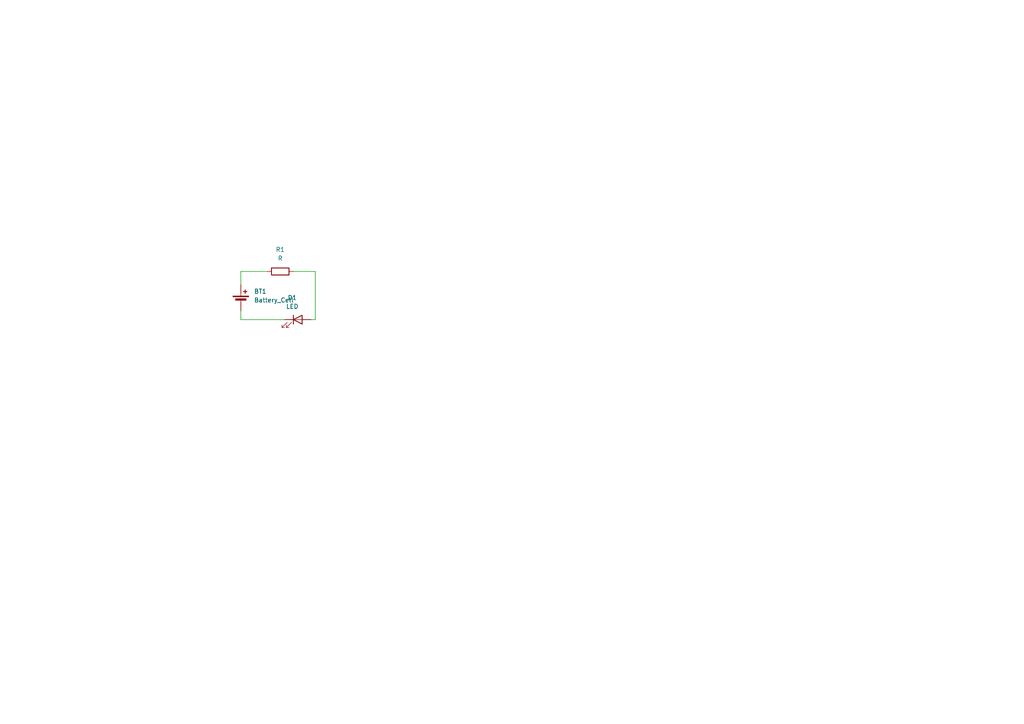
<source format=kicad_sch>
(kicad_sch (version 20231120) (generator "eeschema") (generator_version "8.0")
  (paper "A4")
  (lib_symbols
    (symbol "Device:Battery_Cell" (pin_numbers hide) (pin_names (offset 0) hide)
      (property "Reference" "BT" (at 2.54 2.54 0))
      (property "Value" "Battery_Cell" (at 2.54 0 0))
      (symbol "Battery_Cell_0_1"
        (rectangle (start -2.286 1.778) (end 2.286 1.524) (fill (type outline)))
        (rectangle (start -1.524 1.016) (end 1.524 0.508) (fill (type outline)))
        (polyline (pts (xy 0 0.762) (xy 0 0)))
        (polyline (pts (xy 0 1.778) (xy 0 2.54)))
        (polyline (pts (xy 0.762 3.048) (xy 1.778 3.048)) (stroke (width 0.254)))
        (polyline (pts (xy 1.27 3.556) (xy 1.27 2.54)) (stroke (width 0.254)))
      )
      (symbol "Battery_Cell_1_1"
        (pin passive line (at 0 5.08 270) (length 2.54) (name "+") (number "1"))
        (pin passive line (at 0 -2.54 90) (length 2.54) (name "-") (number "2"))
      )
    )
    (symbol "Device:LED" (pin_numbers hide) (pin_names (offset 1.016) hide)
      (property "Reference" "D" (at 0 2.54 0))
      (property "Value" "LED" (at 0 -2.54 0))
      (symbol "LED_0_1"
        (polyline (pts (xy -1.27 -1.27) (xy -1.27 1.27)) (stroke (width 0.254)))
        (polyline (pts (xy -1.27 0) (xy 1.27 0)))
        (polyline (pts (xy 1.27 -1.27) (xy 1.27 1.27) (xy -1.27 0) (xy 1.27 -1.27)) (stroke (width 0.254)))
        (polyline (pts (xy -3.048 -0.762) (xy -4.572 -2.286) (xy -3.81 -2.286) (xy -4.572 -2.286) (xy -4.572 -1.524)))
        (polyline (pts (xy -1.778 -0.762) (xy -3.302 -2.286) (xy -2.54 -2.286) (xy -3.302 -2.286) (xy -3.302 -1.524)))
      )
      (symbol "LED_1_1"
        (pin passive line (at -3.81 0 0) (length 2.54) (name "K") (number "1"))
        (pin passive line (at 3.81 0 180) (length 2.54) (name "A") (number "2"))
      )
    )
    (symbol "Device:R" (pin_numbers hide) (pin_names (offset 0))
      (property "Reference" "R" (at 2.032 0 90))
      (property "Value" "R" (at 0 0 90))
      (symbol "R_0_1"
        (rectangle (start -1.016 -2.54) (end 1.016 2.54) (stroke (width 0.254)))
      )
      (symbol "R_1_1"
        (pin passive line (at 0 3.81 270) (length 1.27) (name "~") (number "1"))
        (pin passive line (at 0 -3.81 90) (length 1.27) (name "~") (number "2"))
      )
    )
  )
  (wire (pts (xy 69.85 82.55) (xy 69.85 78.74)))
  (wire (pts (xy 69.85 90.17) (xy 69.85 92.71)))
  (wire (pts (xy 82.55 92.71) (xy 69.85 92.71)))
  (wire (pts (xy 69.85 78.74) (xy 77.47 78.74)))
  (wire (pts (xy 90.17 92.71) (xy 91.44 92.71)))
  (wire (pts (xy 85.09 78.74) (xy 91.44 78.74)))
  (wire (pts (xy 91.44 78.74) (xy 91.44 92.71)))
  (symbol (lib_id "Device:R") (at 81.28 78.74 90) (unit 1)
    (property "Reference" "R1" (at 81.28 72.39 90))
    (property "Value" "R" (at 81.28 74.93 90))
    (property "Footprint" "Resistor_SMD:R_0805_2012Metric_Pad1.20x1.40mm_HandSolder" (effects (hide yes)))
    (property "Description" "Resistor" (effects (hide yes)))
  )
  (symbol (lib_id "Device:LED") (at 86.36 92.71 0) (unit 1)
    (property "Reference" "D1" (at 84.7725 86.36 0))
    (property "Value" "LED" (at 84.7725 88.9 0))
    (property "Footprint" "LED_SMD:LED_0805_2012Metric_Pad1.15x1.40mm_HandSolder" (effects (hide yes)))
    (property "Description" "Light emitting diode" (effects (hide yes)))
  )
  (symbol (lib_id "Device:Battery_Cell") (at 69.85 87.63 0) (unit 1)
    (property "Reference" "BT1" (at 73.66 84.5184 0) (effects (justify left)))
    (property "Value" "Battery_Cell" (at 73.66 87.0584 0) (effects (justify left)))
    (property "Footprint" "Battery:BatteryHolder_Seiko_MS621F" (effects (hide yes)))
    (property "Description" "Single-cell battery" (effects (hide yes)))
  )
)
</source>
